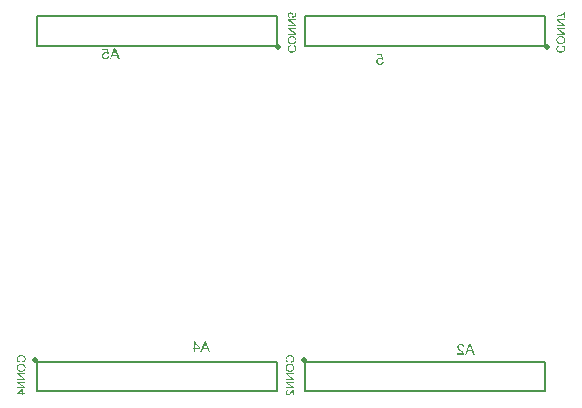
<source format=gbo>
%FSLAX33Y33*%
%MOMM*%
%ADD10C,0.15*%
%ADD11C,0.5*%
%ADD12C,0.5*%
D10*
%LNbottom silkscreen_traces*%
%LNbottom silkscreen component 9d72f970da236fb1*%
G01*
X-10010Y-4000D02*
X10310Y-4000D01*
X10310Y-1500*
X-10010Y-1500*
X-10010Y-4000*
D11*
X10440Y-4118D03*
G36*
X11511Y-4031D02*
X11487Y-3936D01*
X11432Y-3954D01*
X11384Y-3977D01*
X11343Y-4007D01*
X11309Y-4043D01*
X11282Y-4084D01*
X11263Y-4129D01*
X11252Y-4178D01*
X11248Y-4232D01*
X11251Y-4287D01*
X11260Y-4337D01*
X11274Y-4381D01*
X11295Y-4420D01*
X11321Y-4454D01*
X11353Y-4484D01*
X11389Y-4510D01*
X11431Y-4531D01*
X11477Y-4547D01*
X11524Y-4559D01*
X11573Y-4566D01*
X11623Y-4569D01*
X11677Y-4566D01*
X11728Y-4558D01*
X11775Y-4545D01*
X11818Y-4526D01*
X11857Y-4502D01*
X11892Y-4474D01*
X11921Y-4441D01*
X11945Y-4404D01*
X11964Y-4364D01*
X11977Y-4321D01*
X11985Y-4277D01*
X11988Y-4231D01*
X11985Y-4179D01*
X11974Y-4132D01*
X11957Y-4089D01*
X11933Y-4050D01*
X11903Y-4016D01*
X11868Y-3988D01*
X11826Y-3965D01*
X11780Y-3948D01*
X11758Y-4041D01*
X11794Y-4055D01*
X11825Y-4072D01*
X11851Y-4091D01*
X11871Y-4114D01*
X11887Y-4139D01*
X11898Y-4167D01*
X11905Y-4198D01*
X11907Y-4233D01*
X11905Y-4272D01*
X11897Y-4308D01*
X11885Y-4341D01*
X11867Y-4371D01*
X11846Y-4396D01*
X11821Y-4418D01*
X11793Y-4435D01*
X11761Y-4448D01*
X11728Y-4458D01*
X11694Y-4465D01*
X11659Y-4470D01*
X11624Y-4471D01*
X11580Y-4469D01*
X11538Y-4464D01*
X11500Y-4456D01*
X11464Y-4444D01*
X11432Y-4429D01*
X11405Y-4410D01*
X11382Y-4388D01*
X11363Y-4362D01*
X11348Y-4333D01*
X11337Y-4303D01*
X11331Y-4272D01*
X11329Y-4240D01*
X11332Y-4202D01*
X11340Y-4166D01*
X11355Y-4134D01*
X11375Y-4105D01*
X11400Y-4080D01*
X11432Y-4059D01*
X11469Y-4043D01*
X11511Y-4031D01*
X11511Y-4031D01*
X11609Y-3848D02*
X11693Y-3842D01*
X11768Y-3824D01*
X11832Y-3794D01*
X11888Y-3752D01*
X11932Y-3701D01*
X11963Y-3643D01*
X11982Y-3577D01*
X11989Y-3505D01*
X11986Y-3457D01*
X11977Y-3411D01*
X11962Y-3367D01*
X11941Y-3326D01*
X11915Y-3289D01*
X11884Y-3256D01*
X11849Y-3228D01*
X11809Y-3205D01*
X11765Y-3187D01*
X11719Y-3174D01*
X11669Y-3166D01*
X11617Y-3163D01*
X11564Y-3166D01*
X11514Y-3174D01*
X11467Y-3188D01*
X11422Y-3207D01*
X11382Y-3232D01*
X11347Y-3260D01*
X11317Y-3294D01*
X11292Y-3332D01*
X11273Y-3373D01*
X11259Y-3416D01*
X11254Y-3440D01*
X11334Y-3455D01*
X11348Y-3409D01*
X11371Y-3367D01*
X11404Y-3330D01*
X11446Y-3300D01*
X11495Y-3278D01*
X11552Y-3265D01*
X11617Y-3261D01*
X11660Y-3263D01*
X11699Y-3268D01*
X11736Y-3278D01*
X11770Y-3291D01*
X11801Y-3307D01*
X11828Y-3327D01*
X11851Y-3350D01*
X11871Y-3377D01*
X11887Y-3406D01*
X11898Y-3437D01*
X11905Y-3470D01*
X11907Y-3505D01*
X11903Y-3553D01*
X11890Y-3598D01*
X11868Y-3640D01*
X11838Y-3678D01*
X11798Y-3709D01*
X11746Y-3732D01*
X11682Y-3746D01*
X11607Y-3750D01*
X11607Y-3750D01*
X11546Y-3746D01*
X11492Y-3733D01*
X11444Y-3711D01*
X11403Y-3681D01*
X11371Y-3644D01*
X11347Y-3602D01*
X11334Y-3556D01*
X11329Y-3506D01*
X11334Y-3455D01*
X11254Y-3440D01*
X11251Y-3460D01*
X11248Y-3506D01*
X11251Y-3555D01*
X11260Y-3601D01*
X11275Y-3645D01*
X11297Y-3686D01*
X11323Y-3724D01*
X11354Y-3756D01*
X11390Y-3784D01*
X11430Y-3807D01*
X11473Y-3825D01*
X11517Y-3838D01*
X11562Y-3845D01*
X11609Y-3848D01*
X11609Y-3848D01*
X11260Y-3042D02*
X11976Y-3042D01*
X11976Y-2945D01*
X11414Y-2569D01*
X11976Y-2569D01*
X11976Y-2478D01*
X11260Y-2478D01*
X11260Y-2575D01*
X11822Y-2951D01*
X11260Y-2951D01*
X11260Y-3042D01*
X11260Y-3042D01*
X11260Y-2320D02*
X11976Y-2320D01*
X11976Y-2223D01*
X11414Y-1847D01*
X11976Y-1847D01*
X11976Y-1756D01*
X11260Y-1756D01*
X11260Y-1853D01*
X11822Y-2229D01*
X11260Y-2229D01*
X11260Y-2320D01*
X11260Y-2320D01*
X11447Y-1633D02*
X11455Y-1540D01*
X11424Y-1533D01*
X11396Y-1523D01*
X11373Y-1510D01*
X11354Y-1493D01*
X11339Y-1473D01*
X11329Y-1451D01*
X11322Y-1428D01*
X11320Y-1403D01*
X11323Y-1372D01*
X11332Y-1344D01*
X11347Y-1318D01*
X11368Y-1295D01*
X11394Y-1276D01*
X11424Y-1262D01*
X11457Y-1254D01*
X11495Y-1251D01*
X11530Y-1254D01*
X11562Y-1262D01*
X11590Y-1275D01*
X11614Y-1293D01*
X11633Y-1316D01*
X11646Y-1342D01*
X11654Y-1371D01*
X11657Y-1404D01*
X11656Y-1425D01*
X11652Y-1444D01*
X11646Y-1463D01*
X11638Y-1481D01*
X11627Y-1497D01*
X11616Y-1511D01*
X11602Y-1524D01*
X11588Y-1534D01*
X11598Y-1617D01*
X11966Y-1548D01*
X11966Y-1192D01*
X11882Y-1192D01*
X11882Y-1477D01*
X11690Y-1516D01*
X11709Y-1483D01*
X11723Y-1450D01*
X11732Y-1416D01*
X11735Y-1381D01*
X11731Y-1336D01*
X11718Y-1294D01*
X11698Y-1256D01*
X11670Y-1222D01*
X11635Y-1194D01*
X11595Y-1174D01*
X11551Y-1162D01*
X11503Y-1158D01*
X11456Y-1161D01*
X11412Y-1172D01*
X11372Y-1190D01*
X11335Y-1215D01*
X11297Y-1252D01*
X11270Y-1296D01*
X11253Y-1346D01*
X11248Y-1403D01*
X11251Y-1449D01*
X11261Y-1491D01*
X11279Y-1529D01*
X11302Y-1562D01*
X11332Y-1590D01*
X11366Y-1610D01*
X11405Y-1625D01*
X11447Y-1633D01*
X11447Y-1633D01*
G37*
%LNbottom silkscreen component 652db1df5cb2c357*%
D10*
X33060Y-30750D02*
X12740Y-30750D01*
X12740Y-33250*
X33060Y-33250*
X33060Y-30750*
D12*
X12610Y-30632D03*
G36*
X11539Y-30719D02*
X11563Y-30814D01*
X11618Y-30796D01*
X11666Y-30773D01*
X11707Y-30743D01*
X11741Y-30707D01*
X11768Y-30666D01*
X11787Y-30621D01*
X11798Y-30572D01*
X11802Y-30518D01*
X11799Y-30463D01*
X11790Y-30413D01*
X11776Y-30369D01*
X11755Y-30330D01*
X11729Y-30296D01*
X11697Y-30266D01*
X11661Y-30240D01*
X11619Y-30219D01*
X11573Y-30203D01*
X11526Y-30191D01*
X11477Y-30184D01*
X11427Y-30181D01*
X11373Y-30184D01*
X11322Y-30192D01*
X11275Y-30205D01*
X11232Y-30224D01*
X11193Y-30248D01*
X11158Y-30276D01*
X11129Y-30309D01*
X11105Y-30346D01*
X11086Y-30386D01*
X11073Y-30429D01*
X11065Y-30473D01*
X11062Y-30519D01*
X11065Y-30571D01*
X11076Y-30618D01*
X11093Y-30661D01*
X11117Y-30700D01*
X11147Y-30734D01*
X11182Y-30762D01*
X11224Y-30785D01*
X11270Y-30802D01*
X11292Y-30709D01*
X11256Y-30695D01*
X11225Y-30678D01*
X11199Y-30659D01*
X11179Y-30636D01*
X11163Y-30611D01*
X11152Y-30583D01*
X11145Y-30552D01*
X11143Y-30517D01*
X11145Y-30478D01*
X11153Y-30442D01*
X11165Y-30409D01*
X11183Y-30379D01*
X11204Y-30354D01*
X11229Y-30332D01*
X11257Y-30315D01*
X11289Y-30302D01*
X11322Y-30292D01*
X11356Y-30285D01*
X11391Y-30280D01*
X11426Y-30279D01*
X11470Y-30281D01*
X11512Y-30286D01*
X11550Y-30294D01*
X11586Y-30306D01*
X11618Y-30321D01*
X11645Y-30340D01*
X11668Y-30362D01*
X11687Y-30388D01*
X11702Y-30417D01*
X11713Y-30447D01*
X11719Y-30478D01*
X11721Y-30510D01*
X11718Y-30548D01*
X11710Y-30584D01*
X11695Y-30616D01*
X11675Y-30645D01*
X11650Y-30670D01*
X11618Y-30691D01*
X11581Y-30707D01*
X11539Y-30719D01*
X11539Y-30719D01*
X11441Y-30902D02*
X11357Y-30908D01*
X11282Y-30926D01*
X11218Y-30956D01*
X11162Y-30998D01*
X11118Y-31049D01*
X11087Y-31107D01*
X11068Y-31173D01*
X11061Y-31245D01*
X11064Y-31293D01*
X11073Y-31339D01*
X11088Y-31383D01*
X11109Y-31424D01*
X11135Y-31461D01*
X11166Y-31494D01*
X11201Y-31522D01*
X11241Y-31545D01*
X11285Y-31563D01*
X11331Y-31576D01*
X11381Y-31584D01*
X11433Y-31587D01*
X11486Y-31584D01*
X11536Y-31576D01*
X11583Y-31562D01*
X11628Y-31543D01*
X11668Y-31518D01*
X11703Y-31490D01*
X11733Y-31456D01*
X11758Y-31418D01*
X11777Y-31377D01*
X11791Y-31334D01*
X11796Y-31310D01*
X11716Y-31295D01*
X11702Y-31341D01*
X11679Y-31383D01*
X11646Y-31420D01*
X11604Y-31450D01*
X11555Y-31472D01*
X11498Y-31485D01*
X11433Y-31489D01*
X11390Y-31487D01*
X11351Y-31482D01*
X11314Y-31472D01*
X11280Y-31459D01*
X11249Y-31443D01*
X11222Y-31423D01*
X11199Y-31400D01*
X11179Y-31373D01*
X11163Y-31344D01*
X11152Y-31313D01*
X11145Y-31280D01*
X11143Y-31245D01*
X11147Y-31197D01*
X11160Y-31152D01*
X11182Y-31110D01*
X11212Y-31072D01*
X11252Y-31041D01*
X11304Y-31018D01*
X11368Y-31004D01*
X11443Y-31000D01*
X11443Y-31000D01*
X11504Y-31004D01*
X11558Y-31017D01*
X11606Y-31039D01*
X11647Y-31069D01*
X11679Y-31106D01*
X11703Y-31148D01*
X11716Y-31194D01*
X11721Y-31244D01*
X11716Y-31295D01*
X11796Y-31310D01*
X11799Y-31290D01*
X11802Y-31244D01*
X11799Y-31195D01*
X11790Y-31149D01*
X11775Y-31105D01*
X11753Y-31064D01*
X11727Y-31026D01*
X11696Y-30994D01*
X11660Y-30966D01*
X11620Y-30943D01*
X11577Y-30925D01*
X11533Y-30912D01*
X11488Y-30905D01*
X11441Y-30902D01*
X11441Y-30902D01*
X11790Y-31708D02*
X11074Y-31708D01*
X11074Y-31805D01*
X11636Y-32181D01*
X11074Y-32181D01*
X11074Y-32272D01*
X11790Y-32272D01*
X11790Y-32175D01*
X11227Y-31799D01*
X11790Y-31799D01*
X11790Y-31708D01*
X11790Y-31708D01*
X11790Y-32430D02*
X11074Y-32430D01*
X11074Y-32527D01*
X11636Y-32903D01*
X11074Y-32903D01*
X11074Y-32994D01*
X11790Y-32994D01*
X11790Y-32897D01*
X11227Y-32521D01*
X11790Y-32521D01*
X11790Y-32430D01*
X11790Y-32430D01*
X11706Y-33579D02*
X11790Y-33579D01*
X11790Y-33106D01*
X11774Y-33107D01*
X11759Y-33108D01*
X11744Y-33112D01*
X11729Y-33117D01*
X11705Y-33127D01*
X11681Y-33140D01*
X11657Y-33156D01*
X11634Y-33174D01*
X11609Y-33196D01*
X11583Y-33223D01*
X11555Y-33254D01*
X11525Y-33289D01*
X11480Y-33343D01*
X11440Y-33387D01*
X11404Y-33422D01*
X11374Y-33447D01*
X11346Y-33465D01*
X11319Y-33478D01*
X11293Y-33486D01*
X11268Y-33488D01*
X11243Y-33486D01*
X11220Y-33479D01*
X11199Y-33467D01*
X11180Y-33451D01*
X11164Y-33431D01*
X11153Y-33408D01*
X11146Y-33382D01*
X11144Y-33353D01*
X11146Y-33323D01*
X11154Y-33296D01*
X11165Y-33272D01*
X11182Y-33252D01*
X11203Y-33235D01*
X11228Y-33223D01*
X11256Y-33216D01*
X11288Y-33213D01*
X11278Y-33123D01*
X11231Y-33131D01*
X11189Y-33145D01*
X11154Y-33166D01*
X11124Y-33193D01*
X11101Y-33226D01*
X11084Y-33264D01*
X11075Y-33307D01*
X11071Y-33355D01*
X11075Y-33404D01*
X11086Y-33448D01*
X11103Y-33486D01*
X11128Y-33518D01*
X11159Y-33545D01*
X11192Y-33563D01*
X11229Y-33575D01*
X11270Y-33578D01*
X11291Y-33577D01*
X11313Y-33574D01*
X11334Y-33569D01*
X11354Y-33561D01*
X11375Y-33551D01*
X11397Y-33537D01*
X11419Y-33521D01*
X11442Y-33502D01*
X11467Y-33479D01*
X11496Y-33448D01*
X11530Y-33411D01*
X11568Y-33367D01*
X11598Y-33331D01*
X11624Y-33302D01*
X11643Y-33280D01*
X11658Y-33265D01*
X11670Y-33255D01*
X11682Y-33245D01*
X11694Y-33236D01*
X11706Y-33228D01*
X11706Y-33579D01*
X11706Y-33579D01*
G37*
%LNbottom silkscreen component c50b25ac4a41304b*%
D10*
X12740Y-4000D02*
X33060Y-4000D01*
X33060Y-1500*
X12740Y-1500*
X12740Y-4000*
D11*
X33190Y-4118D03*
G36*
X34261Y-4031D02*
X34237Y-3936D01*
X34182Y-3954D01*
X34134Y-3977D01*
X34093Y-4007D01*
X34059Y-4043D01*
X34032Y-4084D01*
X34013Y-4129D01*
X34002Y-4178D01*
X33998Y-4232D01*
X34001Y-4287D01*
X34010Y-4337D01*
X34024Y-4381D01*
X34045Y-4420D01*
X34071Y-4454D01*
X34103Y-4484D01*
X34139Y-4510D01*
X34181Y-4531D01*
X34227Y-4547D01*
X34274Y-4559D01*
X34323Y-4566D01*
X34373Y-4569D01*
X34427Y-4566D01*
X34478Y-4558D01*
X34525Y-4545D01*
X34568Y-4526D01*
X34607Y-4502D01*
X34642Y-4474D01*
X34671Y-4441D01*
X34695Y-4404D01*
X34714Y-4364D01*
X34727Y-4321D01*
X34735Y-4277D01*
X34738Y-4231D01*
X34735Y-4179D01*
X34724Y-4132D01*
X34707Y-4089D01*
X34683Y-4050D01*
X34653Y-4016D01*
X34618Y-3988D01*
X34576Y-3965D01*
X34530Y-3948D01*
X34508Y-4041D01*
X34544Y-4055D01*
X34575Y-4072D01*
X34601Y-4091D01*
X34621Y-4114D01*
X34637Y-4139D01*
X34648Y-4167D01*
X34655Y-4198D01*
X34657Y-4233D01*
X34655Y-4272D01*
X34647Y-4308D01*
X34635Y-4341D01*
X34617Y-4371D01*
X34596Y-4396D01*
X34571Y-4418D01*
X34543Y-4435D01*
X34511Y-4448D01*
X34478Y-4458D01*
X34444Y-4465D01*
X34409Y-4470D01*
X34374Y-4471D01*
X34330Y-4469D01*
X34288Y-4464D01*
X34250Y-4456D01*
X34214Y-4444D01*
X34182Y-4429D01*
X34155Y-4410D01*
X34132Y-4388D01*
X34113Y-4362D01*
X34098Y-4333D01*
X34087Y-4303D01*
X34081Y-4272D01*
X34079Y-4240D01*
X34082Y-4202D01*
X34090Y-4166D01*
X34105Y-4134D01*
X34125Y-4105D01*
X34150Y-4080D01*
X34182Y-4059D01*
X34219Y-4043D01*
X34261Y-4031D01*
X34261Y-4031D01*
X34359Y-3848D02*
X34443Y-3842D01*
X34518Y-3824D01*
X34582Y-3794D01*
X34638Y-3752D01*
X34682Y-3701D01*
X34713Y-3643D01*
X34732Y-3577D01*
X34739Y-3505D01*
X34736Y-3457D01*
X34727Y-3411D01*
X34712Y-3367D01*
X34691Y-3326D01*
X34665Y-3289D01*
X34634Y-3256D01*
X34599Y-3228D01*
X34559Y-3205D01*
X34515Y-3187D01*
X34469Y-3174D01*
X34419Y-3166D01*
X34367Y-3163D01*
X34314Y-3166D01*
X34264Y-3174D01*
X34217Y-3188D01*
X34172Y-3207D01*
X34132Y-3232D01*
X34097Y-3260D01*
X34067Y-3294D01*
X34042Y-3332D01*
X34023Y-3373D01*
X34009Y-3416D01*
X34004Y-3440D01*
X34084Y-3455D01*
X34098Y-3409D01*
X34121Y-3367D01*
X34154Y-3330D01*
X34196Y-3300D01*
X34245Y-3278D01*
X34302Y-3265D01*
X34367Y-3261D01*
X34410Y-3263D01*
X34449Y-3268D01*
X34486Y-3278D01*
X34520Y-3291D01*
X34551Y-3307D01*
X34578Y-3327D01*
X34601Y-3350D01*
X34621Y-3377D01*
X34637Y-3406D01*
X34648Y-3437D01*
X34655Y-3470D01*
X34657Y-3505D01*
X34653Y-3553D01*
X34640Y-3598D01*
X34618Y-3640D01*
X34588Y-3678D01*
X34548Y-3709D01*
X34496Y-3732D01*
X34432Y-3746D01*
X34357Y-3750D01*
X34357Y-3750D01*
X34296Y-3746D01*
X34242Y-3733D01*
X34194Y-3711D01*
X34153Y-3681D01*
X34121Y-3644D01*
X34097Y-3602D01*
X34084Y-3556D01*
X34079Y-3506D01*
X34084Y-3455D01*
X34004Y-3440D01*
X34001Y-3460D01*
X33998Y-3506D01*
X34001Y-3555D01*
X34010Y-3601D01*
X34025Y-3645D01*
X34047Y-3686D01*
X34073Y-3724D01*
X34104Y-3756D01*
X34140Y-3784D01*
X34180Y-3807D01*
X34223Y-3825D01*
X34267Y-3838D01*
X34312Y-3845D01*
X34359Y-3848D01*
X34359Y-3848D01*
X34010Y-3042D02*
X34726Y-3042D01*
X34726Y-2945D01*
X34164Y-2569D01*
X34726Y-2569D01*
X34726Y-2478D01*
X34010Y-2478D01*
X34010Y-2575D01*
X34572Y-2951D01*
X34010Y-2951D01*
X34010Y-3042D01*
X34010Y-3042D01*
X34010Y-2320D02*
X34726Y-2320D01*
X34726Y-2223D01*
X34164Y-1847D01*
X34726Y-1847D01*
X34726Y-1756D01*
X34010Y-1756D01*
X34010Y-1853D01*
X34572Y-2229D01*
X34010Y-2229D01*
X34010Y-2320D01*
X34010Y-2320D01*
X34632Y-1627D02*
X34717Y-1627D01*
X34717Y-1163D01*
X34648Y-1163D01*
X34609Y-1197D01*
X34563Y-1231D01*
X34512Y-1265D01*
X34455Y-1299D01*
X34394Y-1330D01*
X34333Y-1358D01*
X34270Y-1382D01*
X34207Y-1403D01*
X34161Y-1415D01*
X34113Y-1424D01*
X34062Y-1431D01*
X34010Y-1436D01*
X34010Y-1527D01*
X34054Y-1524D01*
X34103Y-1518D01*
X34156Y-1507D01*
X34214Y-1493D01*
X34273Y-1476D01*
X34332Y-1455D01*
X34389Y-1430D01*
X34445Y-1402D01*
X34498Y-1372D01*
X34547Y-1341D01*
X34592Y-1309D01*
X34632Y-1276D01*
X34632Y-1627D01*
X34632Y-1627D01*
G37*
%LNbottom silkscreen component f983df3605afa4ed*%
D10*
X10310Y-30750D02*
X-10010Y-30750D01*
X-10010Y-33250*
X10310Y-33250*
X10310Y-30750*
D12*
X-10140Y-30632D03*
G36*
X-11211Y-30719D02*
X-11187Y-30814D01*
X-11132Y-30796D01*
X-11084Y-30773D01*
X-11043Y-30743D01*
X-11009Y-30707D01*
X-10982Y-30666D01*
X-10963Y-30621D01*
X-10952Y-30572D01*
X-10948Y-30518D01*
X-10951Y-30463D01*
X-10960Y-30413D01*
X-10974Y-30369D01*
X-10995Y-30330D01*
X-11021Y-30296D01*
X-11053Y-30266D01*
X-11089Y-30240D01*
X-11131Y-30219D01*
X-11177Y-30203D01*
X-11224Y-30191D01*
X-11273Y-30184D01*
X-11323Y-30181D01*
X-11377Y-30184D01*
X-11428Y-30192D01*
X-11475Y-30205D01*
X-11518Y-30224D01*
X-11557Y-30248D01*
X-11592Y-30276D01*
X-11621Y-30309D01*
X-11645Y-30346D01*
X-11664Y-30386D01*
X-11677Y-30429D01*
X-11685Y-30473D01*
X-11688Y-30519D01*
X-11685Y-30571D01*
X-11674Y-30618D01*
X-11657Y-30661D01*
X-11633Y-30700D01*
X-11603Y-30734D01*
X-11568Y-30762D01*
X-11526Y-30785D01*
X-11480Y-30802D01*
X-11458Y-30709D01*
X-11494Y-30695D01*
X-11525Y-30678D01*
X-11551Y-30659D01*
X-11571Y-30636D01*
X-11587Y-30611D01*
X-11598Y-30583D01*
X-11605Y-30552D01*
X-11607Y-30517D01*
X-11605Y-30478D01*
X-11597Y-30442D01*
X-11585Y-30409D01*
X-11567Y-30379D01*
X-11546Y-30354D01*
X-11521Y-30332D01*
X-11493Y-30315D01*
X-11461Y-30302D01*
X-11428Y-30292D01*
X-11394Y-30285D01*
X-11359Y-30280D01*
X-11324Y-30279D01*
X-11280Y-30281D01*
X-11238Y-30286D01*
X-11200Y-30294D01*
X-11164Y-30306D01*
X-11132Y-30321D01*
X-11105Y-30340D01*
X-11082Y-30362D01*
X-11063Y-30388D01*
X-11048Y-30417D01*
X-11037Y-30447D01*
X-11031Y-30478D01*
X-11029Y-30510D01*
X-11032Y-30548D01*
X-11040Y-30584D01*
X-11055Y-30616D01*
X-11075Y-30645D01*
X-11100Y-30670D01*
X-11132Y-30691D01*
X-11169Y-30707D01*
X-11211Y-30719D01*
X-11211Y-30719D01*
X-11309Y-30902D02*
X-11393Y-30908D01*
X-11468Y-30926D01*
X-11532Y-30956D01*
X-11588Y-30998D01*
X-11632Y-31049D01*
X-11663Y-31107D01*
X-11682Y-31173D01*
X-11689Y-31245D01*
X-11686Y-31293D01*
X-11677Y-31339D01*
X-11662Y-31383D01*
X-11641Y-31424D01*
X-11615Y-31461D01*
X-11584Y-31494D01*
X-11549Y-31522D01*
X-11509Y-31545D01*
X-11465Y-31563D01*
X-11419Y-31576D01*
X-11369Y-31584D01*
X-11317Y-31587D01*
X-11264Y-31584D01*
X-11214Y-31576D01*
X-11167Y-31562D01*
X-11122Y-31543D01*
X-11082Y-31518D01*
X-11047Y-31490D01*
X-11017Y-31456D01*
X-10992Y-31418D01*
X-10973Y-31377D01*
X-10959Y-31334D01*
X-10954Y-31310D01*
X-11034Y-31295D01*
X-11048Y-31341D01*
X-11071Y-31383D01*
X-11104Y-31420D01*
X-11146Y-31450D01*
X-11195Y-31472D01*
X-11252Y-31485D01*
X-11317Y-31489D01*
X-11360Y-31487D01*
X-11399Y-31482D01*
X-11436Y-31472D01*
X-11470Y-31459D01*
X-11501Y-31443D01*
X-11528Y-31423D01*
X-11551Y-31400D01*
X-11571Y-31373D01*
X-11587Y-31344D01*
X-11598Y-31313D01*
X-11605Y-31280D01*
X-11607Y-31245D01*
X-11603Y-31197D01*
X-11590Y-31152D01*
X-11568Y-31110D01*
X-11538Y-31072D01*
X-11498Y-31041D01*
X-11446Y-31018D01*
X-11382Y-31004D01*
X-11307Y-31000D01*
X-11307Y-31000D01*
X-11246Y-31004D01*
X-11192Y-31017D01*
X-11144Y-31039D01*
X-11103Y-31069D01*
X-11071Y-31106D01*
X-11047Y-31148D01*
X-11034Y-31194D01*
X-11029Y-31244D01*
X-11034Y-31295D01*
X-10954Y-31310D01*
X-10951Y-31290D01*
X-10948Y-31244D01*
X-10951Y-31195D01*
X-10960Y-31149D01*
X-10975Y-31105D01*
X-10997Y-31064D01*
X-11023Y-31026D01*
X-11054Y-30994D01*
X-11090Y-30966D01*
X-11130Y-30943D01*
X-11173Y-30925D01*
X-11217Y-30912D01*
X-11262Y-30905D01*
X-11309Y-30902D01*
X-11309Y-30902D01*
X-10960Y-31708D02*
X-11676Y-31708D01*
X-11676Y-31805D01*
X-11114Y-32181D01*
X-11676Y-32181D01*
X-11676Y-32272D01*
X-10960Y-32272D01*
X-10960Y-32175D01*
X-11523Y-31799D01*
X-10960Y-31799D01*
X-10960Y-31708D01*
X-10960Y-31708D01*
X-10960Y-32430D02*
X-11676Y-32430D01*
X-11676Y-32527D01*
X-11114Y-32903D01*
X-11676Y-32903D01*
X-11676Y-32994D01*
X-10960Y-32994D01*
X-10960Y-32897D01*
X-11523Y-32521D01*
X-10960Y-32521D01*
X-10960Y-32430D01*
X-10960Y-32430D01*
X-10960Y-33399D02*
X-11131Y-33399D01*
X-11131Y-33089D01*
X-11212Y-33089D01*
X-11574Y-33344D01*
X-11535Y-33399D01*
X-11212Y-33175D01*
X-11212Y-33399D01*
X-11212Y-33399D01*
X-11535Y-33399D01*
X-11574Y-33344D01*
X-11676Y-33415D01*
X-11676Y-33487D01*
X-11212Y-33487D01*
X-11212Y-33584D01*
X-11131Y-33584D01*
X-11131Y-33487D01*
X-10960Y-33487D01*
X-10960Y-33399D01*
X-10960Y-33399D01*
G37*
%LNtext*%
G36*
X27095Y-30133D02*
X26770Y-29287D01*
X26684Y-29320D01*
X26694Y-29363D01*
X26705Y-29407D01*
X26718Y-29450D01*
X26733Y-29493D01*
X26833Y-29760D01*
X26833Y-29760D01*
X26525Y-29760D01*
X26620Y-29508D01*
X26640Y-29453D01*
X26657Y-29404D01*
X26672Y-29359D01*
X26684Y-29320D01*
X26770Y-29287D01*
X26746Y-29224D01*
X26616Y-29224D01*
X26244Y-30133D01*
X26381Y-30133D01*
X26487Y-29858D01*
X26868Y-29858D01*
X26967Y-30133D01*
X27095Y-30133D01*
X27095Y-30133D01*
X25607Y-30026D02*
X25607Y-30133D01*
X26208Y-30133D01*
X26207Y-30113D01*
X26205Y-30094D01*
X26201Y-30075D01*
X26195Y-30056D01*
X26182Y-30025D01*
X26165Y-29995D01*
X26145Y-29965D01*
X26121Y-29935D01*
X26093Y-29904D01*
X26059Y-29871D01*
X26020Y-29835D01*
X25975Y-29797D01*
X25907Y-29740D01*
X25851Y-29688D01*
X25807Y-29643D01*
X25775Y-29605D01*
X25752Y-29570D01*
X25736Y-29536D01*
X25726Y-29503D01*
X25723Y-29470D01*
X25726Y-29439D01*
X25735Y-29409D01*
X25750Y-29383D01*
X25770Y-29358D01*
X25796Y-29339D01*
X25825Y-29324D01*
X25858Y-29316D01*
X25894Y-29313D01*
X25932Y-29316D01*
X25967Y-29325D01*
X25997Y-29340D01*
X26023Y-29361D01*
X26044Y-29388D01*
X26059Y-29419D01*
X26069Y-29455D01*
X26072Y-29495D01*
X26187Y-29483D01*
X26177Y-29423D01*
X26159Y-29370D01*
X26132Y-29325D01*
X26098Y-29288D01*
X26056Y-29258D01*
X26008Y-29237D01*
X25953Y-29225D01*
X25892Y-29221D01*
X25830Y-29225D01*
X25774Y-29239D01*
X25726Y-29261D01*
X25684Y-29293D01*
X25651Y-29332D01*
X25627Y-29374D01*
X25613Y-29421D01*
X25608Y-29473D01*
X25610Y-29500D01*
X25614Y-29527D01*
X25621Y-29554D01*
X25630Y-29580D01*
X25643Y-29607D01*
X25660Y-29634D01*
X25681Y-29662D01*
X25705Y-29691D01*
X25735Y-29723D01*
X25773Y-29760D01*
X25821Y-29803D01*
X25877Y-29851D01*
X25922Y-29890D01*
X25959Y-29922D01*
X25987Y-29947D01*
X26006Y-29966D01*
X26019Y-29981D01*
X26032Y-29996D01*
X26043Y-30011D01*
X26053Y-30026D01*
X25607Y-30026D01*
X25607Y-30026D01*
X4695Y-29920D02*
X4370Y-29073D01*
X4284Y-29106D01*
X4294Y-29150D01*
X4305Y-29194D01*
X4318Y-29237D01*
X4333Y-29280D01*
X4433Y-29547D01*
X4433Y-29547D01*
X4125Y-29547D01*
X4220Y-29295D01*
X4240Y-29240D01*
X4257Y-29190D01*
X4272Y-29146D01*
X4284Y-29106D01*
X4370Y-29073D01*
X4346Y-29011D01*
X4216Y-29011D01*
X3844Y-29920D01*
X3981Y-29920D01*
X4087Y-29645D01*
X4468Y-29645D01*
X4567Y-29920D01*
X4695Y-29920D01*
X4695Y-29920D01*
X3436Y-29920D02*
X3436Y-29702D01*
X3830Y-29702D01*
X3830Y-29600D01*
X3506Y-29140D01*
X3436Y-29190D01*
X3720Y-29600D01*
X3436Y-29600D01*
X3436Y-29600D01*
X3436Y-29190D01*
X3506Y-29140D01*
X3415Y-29011D01*
X3324Y-29011D01*
X3324Y-29600D01*
X3201Y-29600D01*
X3201Y-29702D01*
X3324Y-29702D01*
X3324Y-29920D01*
X3436Y-29920D01*
X3436Y-29920D01*
X19361Y-5362D02*
X19243Y-5352D01*
X19235Y-5392D01*
X19222Y-5427D01*
X19205Y-5456D01*
X19183Y-5481D01*
X19158Y-5499D01*
X19131Y-5513D01*
X19101Y-5521D01*
X19069Y-5524D01*
X19030Y-5520D01*
X18994Y-5509D01*
X18962Y-5490D01*
X18932Y-5463D01*
X18908Y-5430D01*
X18890Y-5392D01*
X18880Y-5349D01*
X18876Y-5302D01*
X18880Y-5256D01*
X18890Y-5216D01*
X18906Y-5181D01*
X18930Y-5151D01*
X18959Y-5127D01*
X18992Y-5110D01*
X19029Y-5099D01*
X19070Y-5096D01*
X19097Y-5097D01*
X19122Y-5102D01*
X19145Y-5110D01*
X19168Y-5120D01*
X19188Y-5133D01*
X19207Y-5148D01*
X19222Y-5165D01*
X19236Y-5184D01*
X19341Y-5170D01*
X19253Y-4703D01*
X18801Y-4703D01*
X18801Y-4810D01*
X19163Y-4810D01*
X19212Y-5054D01*
X19171Y-5029D01*
X19129Y-5012D01*
X19085Y-5001D01*
X19041Y-4997D01*
X18983Y-5002D01*
X18931Y-5018D01*
X18883Y-5044D01*
X18840Y-5080D01*
X18804Y-5124D01*
X18778Y-5174D01*
X18763Y-5230D01*
X18758Y-5292D01*
X18762Y-5351D01*
X18776Y-5407D01*
X18798Y-5458D01*
X18830Y-5505D01*
X18878Y-5553D01*
X18933Y-5588D01*
X18997Y-5609D01*
X19069Y-5616D01*
X19128Y-5611D01*
X19181Y-5598D01*
X19229Y-5576D01*
X19271Y-5546D01*
X19306Y-5508D01*
X19333Y-5465D01*
X19351Y-5416D01*
X19361Y-5362D01*
X19361Y-5362D01*
X-2985Y-5120D02*
X-3310Y-4273D01*
X-3396Y-4306D01*
X-3386Y-4350D01*
X-3375Y-4394D01*
X-3362Y-4437D01*
X-3347Y-4480D01*
X-3247Y-4747D01*
X-3247Y-4747D01*
X-3555Y-4747D01*
X-3460Y-4495D01*
X-3440Y-4440D01*
X-3423Y-4390D01*
X-3408Y-4346D01*
X-3396Y-4306D01*
X-3310Y-4273D01*
X-3334Y-4211D01*
X-3464Y-4211D01*
X-3836Y-5120D01*
X-3699Y-5120D01*
X-3593Y-4845D01*
X-3212Y-4845D01*
X-3113Y-5120D01*
X-2985Y-5120D01*
X-2985Y-5120D01*
X-3886Y-4882D02*
X-4004Y-4872D01*
X-4012Y-4912D01*
X-4025Y-4947D01*
X-4043Y-4976D01*
X-4064Y-5001D01*
X-4089Y-5019D01*
X-4116Y-5033D01*
X-4146Y-5041D01*
X-4179Y-5044D01*
X-4217Y-5040D01*
X-4253Y-5029D01*
X-4286Y-5010D01*
X-4315Y-4983D01*
X-4339Y-4950D01*
X-4357Y-4912D01*
X-4367Y-4869D01*
X-4371Y-4822D01*
X-4367Y-4776D01*
X-4357Y-4736D01*
X-4341Y-4701D01*
X-4317Y-4671D01*
X-4288Y-4647D01*
X-4255Y-4630D01*
X-4218Y-4619D01*
X-4177Y-4616D01*
X-4150Y-4617D01*
X-4125Y-4622D01*
X-4102Y-4630D01*
X-4079Y-4640D01*
X-4059Y-4653D01*
X-4041Y-4668D01*
X-4025Y-4685D01*
X-4011Y-4704D01*
X-3906Y-4690D01*
X-3994Y-4223D01*
X-4446Y-4223D01*
X-4446Y-4330D01*
X-4084Y-4330D01*
X-4035Y-4574D01*
X-4076Y-4549D01*
X-4119Y-4532D01*
X-4162Y-4521D01*
X-4206Y-4517D01*
X-4264Y-4522D01*
X-4316Y-4538D01*
X-4364Y-4564D01*
X-4407Y-4600D01*
X-4443Y-4644D01*
X-4469Y-4694D01*
X-4484Y-4750D01*
X-4489Y-4812D01*
X-4485Y-4871D01*
X-4471Y-4927D01*
X-4449Y-4978D01*
X-4417Y-5025D01*
X-4370Y-5073D01*
X-4314Y-5108D01*
X-4250Y-5129D01*
X-4179Y-5136D01*
X-4119Y-5131D01*
X-4066Y-5118D01*
X-4018Y-5096D01*
X-3976Y-5066D01*
X-3941Y-5028D01*
X-3914Y-4985D01*
X-3896Y-4936D01*
X-3886Y-4882D01*
X-3886Y-4882D01*
G37*
M02*
</source>
